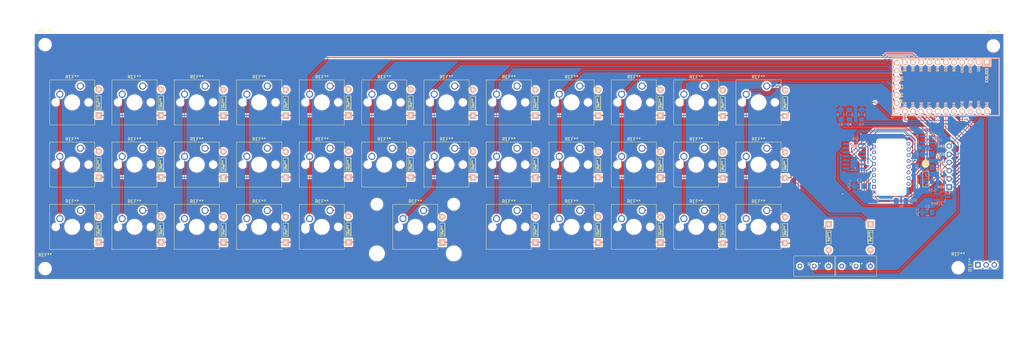
<source format=kicad_pcb>
(kicad_pcb (version 20211014) (generator pcbnew)
  (layers (0 "F.Cu" signal) (31 "B.Cu" signal) (34 "B.Paste" user) (35 "F.Paste" user) (36 "B.SilkS" user "B.Silkscreen") (37 "F.SilkS" user "F.Silkscreen") (38 "B.Mask" user) (39 "F.Mask" user) (44 "Edge.Cuts" user))
  (net 0 "")
  (net 1 "GND")
  (net 2 "VDD_5V")
  (net 3 "VDD_3.3V")
  (net 4 "Net-(C3-Pad1)")
  (net 5 "NCS_I")
  (net 6 "MOSI_I")
  (net 7 "SCLK_I")
  (net 8 "VDD_2V")
  (net 10 "SCLK")
  (net 11 "MOSI")
  (net 12 "MISO")
  (net 13 "NCS")
  (net 22 "Net-(IC1-Pad4)")
  (net 23 "Net-(R4-Pad2)")
  (footprint "Keebio-Parts:Diode_Long" (layer "F.Cu") (at 259.27 142.228 -90)
    (fp_text reference "Ref**")
    (fp_text value "VAL**" hide)
  )
  (footprint "Button_Switch_Keyboard:SW_Cherry_MX_1.00u_PCB" (layer "F.Cu") (at 137.477 156.452)
    (fp_text reference "REF**")
    (fp_text value "SW_Cherry_MX_1.00u_PCB")
  )
  (footprint "Keebio-Parts:Diode_Long" (layer "F.Cu") (at 239.966 123.051 -90)
    (fp_text reference "Ref**")
    (fp_text value "VAL**" hide)
  )
  (footprint "Button_Switch_Keyboard:SW_Cherry_MX_1.00u_PCB" (layer "F.Cu") (at 195.516 137.148)
    (fp_text reference "REF**")
    (fp_text value "SW_Cherry_MX_1.00u_PCB")
  )
  (footprint "Button_Switch_Keyboard:SW_Cherry_MX_1.00u_PCB" (layer "F.Cu") (at 79.565 137.148)
    (fp_text reference "REF**")
    (fp_text value "SW_Cherry_MX_1.00u_PCB")
  )
  (footprint "Button_Switch_Keyboard:SW_Cherry_MX_1.00u_PCB" (layer "F.Cu") (at 176.212 137.148)
    (fp_text reference "REF**")
    (fp_text value "SW_Cherry_MX_1.00u_PCB")
  )
  (footprint "Keebio-Parts:Diode_Long" (layer "F.Cu") (at 278.574 123.178 -90)
    (fp_text reference "Ref**")
    (fp_text value "VAL**" hide)
  )
  (footprint "Keebio-Parts:Diode_Long" (layer "F.Cu") (at 104.584 122.924 -90)
    (fp_text reference "Ref**")
    (fp_text value "VAL**" hide)
  )
  (footprint "Keebio-Parts:Diode_Long" (layer "F.Cu") (at 181.927 122.924 -90)
    (fp_text reference "Ref**")
    (fp_text value "VAL**" hide)
  )
  (footprint "Button_Switch_Keyboard:SW_Cherry_MX_1.00u_PCB" (layer "F.Cu") (at 118.173 137.148)
    (fp_text reference "REF**")
    (fp_text value "SW_Cherry_MX_1.00u_PCB")
  )
  (footprint "Keebio-Parts:Diode_Long" (layer "F.Cu") (at 239.966 162.421 -90)
    (fp_text reference "Ref**")
    (fp_text value "VAL**" hide)
  )
  (footprint "Keebio-Parts:Diode_Long" (layer "F.Cu") (at 162.623 162.294 -90)
    (fp_text reference "Ref**")
    (fp_text value "VAL**" hide)
  )
  (footprint "Button_Switch_Keyboard:SW_Cherry_MX_1.00u_PCB" (layer "F.Cu") (at 79.565 156.452)
    (fp_text reference "REF**")
    (fp_text value "SW_Cherry_MX_1.00u_PCB")
  )
  (footprint "Button_Switch_Keyboard:SW_Cherry_MX_1.00u_PCB" (layer "F.Cu") (at 253.555 156.452)
    (fp_text reference "REF**")
    (fp_text value "SW_Cherry_MX_1.00u_PCB")
  )
  (footprint "Keebio-Parts:Diode_Long" (layer "F.Cu") (at 143.192 142.228 -90)
    (fp_text reference "Ref**")
    (fp_text value "VAL**" hide)
  )
  (footprint "Button_Switch_Keyboard:SW_Cherry_MX_1.00u_PCB" (layer "F.Cu") (at 292.163 117.844)
    (fp_text reference "REF**")
    (fp_text value "SW_Cherry_MX_1.00u_PCB")
  )
  (footprint "Keebio-Parts:mouse switch" (layer "F.Cu") (at 319.849 173.724)
    (fp_text reference "REF**")
    (fp_text value "mouse switch")
  )
  (footprint "Keebio-Parts:Diode_Long" (layer "F.Cu") (at 259.27 123.051 -90)
    (fp_text reference "Ref**")
    (fp_text value "VAL**" hide)
  )
  (footprint "Keebio-Parts:Diode_Long" (layer "F.Cu") (at 259.27 162.421 -90)
    (fp_text reference "Ref**")
    (fp_text value "VAL**" hide)
  )
  (footprint "Button_Switch_Keyboard:SW_Cherry_MX_1.00u_PCB" (layer "F.Cu") (at 214.82 156.452)
    (fp_text reference "REF**")
    (fp_text value "SW_Cherry_MX_1.00u_PCB")
  )
  (footprint "Button_Switch_Keyboard:SW_Cherry_MX_1.00u_PCB" (layer "F.Cu") (at 234.251 117.844)
    (fp_text reference "REF**")
    (fp_text value "SW_Cherry_MX_1.00u_PCB")
  )
  (footprint "Button_Switch_Keyboard:SW_Cherry_MX_1.00u_PCB" (layer "F.Cu") (at 79.565 117.844)
    (fp_text reference "REF**")
    (fp_text value "SW_Cherry_MX_1.00u_PCB")
  )
  (footprint "Button_Switch_Keyboard:SW_Cherry_MX_1.00u_PCB" (layer "F.Cu") (at 98.869 117.844)
    (fp_text reference "REF**")
    (fp_text value "SW_Cherry_MX_1.00u_PCB")
  )
  (footprint "MountingHole:MountingHole_3.2mm_M3" (layer "F.Cu") (at 68.643 105.017)
    (fp_text reference "REF**")
    (fp_text value "MountingHole_3.2mm_M3")
  )
  (footprint "Keebio-Parts:Diode_Long" (layer "F.Cu") (at 220.535 162.421 -90)
    (fp_text reference "Ref**")
    (fp_text value "VAL**" hide)
  )
  (footprint "Button_Switch_Keyboard:SW_Cherry_MX_1.00u_PCB" (layer "F.Cu") (at 195.516 117.844)
    (fp_text reference "REF**")
    (fp_text value "SW_Cherry_MX_1.00u_PCB")
  )
  (footprint "Button_Switch_Keyboard:SW_Cherry_MX_1.00u_PCB" (layer "F.Cu") (at 234.251 156.452)
    (fp_text reference "REF**")
    (fp_text value "SW_Cherry_MX_1.00u_PCB")
  )
  (footprint "Keebio-Parts:Diode_Long" (layer "F.Cu") (at 143.192 123.051 -90)
    (fp_text reference "Ref**")
    (fp_text value "VAL**" hide)
  )
  (footprint "Button_Switch_Keyboard:SW_Cherry_MX_1.00u_PCB" (layer "F.Cu") (at 118.173 156.452)
    (fp_text reference "REF**")
    (fp_text value "SW_Cherry_MX_1.00u_PCB")
  )
  (footprint "Keebio-Parts:Diode_Long" (layer "F.Cu") (at 201.231 142.228 -90)
    (fp_text reference "Ref**")
    (fp_text value "VAL**" hide)
  )
  (footprint "Keebio-Parts:Diode_Long" (layer "F.Cu") (at 201.231 123.051 -90)
    (fp_text reference "Ref**")
    (fp_text value "VAL**" hide)
  )
  (footprint "Button_Switch_Keyboard:SW_Cherry_MX_1.00u_PCB" (layer "F.Cu") (at 234.251 137.148)
    (fp_text reference "REF**")
    (fp_text value "SW_Cherry_MX_1.00u_PCB")
  )
  (footprint "Keebio-Parts:Diode_Long" (layer "F.Cu") (at 85.28 142.101 -90)
    (fp_text reference "Ref**")
    (fp_text value "VAL**" hide)
  )
  (footprint "Keebio-Parts:Diode_Long" (layer "F.Cu") (at 104.584 142.101 -90)
    (fp_text reference "Ref**")
    (fp_text value "VAL**" hide)
  )
  (footprint "" (layer "F.Cu") (at 330.858 124.508999)
    (fp_text reference "")
    (fp_text value "")
  )
  (footprint "Keebio-Parts:Diode_Long" (layer "F.Cu") (at 123.888 142.228 -90)
    (fp_text reference "Ref**")
    (fp_text value "VAL**" hide)
  )
  (footprint "Keebio-Parts:Diode_Long" (layer "F.Cu") (at 181.927 142.101 -90)
    (fp_text reference "Ref**")
    (fp_text value "VAL**" hide)
  )
  (footprint "Button_Switch_Keyboard:SW_Cherry_MX_2.00u_PCB" (layer "F.Cu") (at 185.864 156.452)
    (fp_text reference "REF**")
    (fp_text value "SW_Cherry_MX_2.00u_PCB")
  )
  (footprint "MountingHole:MountingHole_3.2mm_M3" (layer "F.Cu") (at 362.394 105.398)
    (fp_text reference "REF**")
    (fp_text value "MountingHole_3.2mm_M3")
  )
  (footprint "Button_Switch_Keyboard:SW_Cherry_MX_1.00u_PCB" (layer "F.Cu") (at 214.82 137.148)
    (fp_text reference "REF**")
    (fp_text value "SW_Cherry_MX_1.00u_PCB")
  )
  (footprint "MountingHole:MountingHole_3.2mm_M3" (layer "F.Cu") (at 351.472 174.232)
    (fp_text reference "REF**")
    (fp_text value "MountingHole_3.2mm_M3")
  )
  (footprint "Keebio-Parts:Diode_Long" (layer "F.Cu") (at 220.535 142.228 -90)
    (fp_text reference "Ref**")
    (fp_text value "VAL**" hide)
  )
  (footprint "Keebio-Parts:Elite-C" (layer "F.Cu") (at 346.392 118.098 180)
    (fp_text reference "U1" hide)
    (fp_text value "Elite-C" hide)
  )
  (footprint "Keebio-Parts:Diode_Long" (layer "F.Cu") (at 278.574 162.548 -90)
    (fp_text reference "Ref**")
    (fp_text value "VAL**" hide)
  )
  (footprint "Keebio-Parts:mouse switch" (layer "F.Cu") (at 306.895 173.724)
    (fp_text reference "REF**")
    (fp_text value "mouse switch")
  )
  (footprint "Keebio-Parts:Diode_Long" (layer "F.Cu") (at 162.623 122.924 -90)
    (fp_text reference "Ref**")
    (fp_text value "VAL**" hide)
  )
  (footprint "Button_Switch_Keyboard:SW_Cherry_MX_1.00u_PCB" (layer "F.Cu") (at 292.163 156.452)
    (fp_text reference "REF**")
    (fp_text value "SW_Cherry_MX_1.00u_PCB")
  )
  (footprint "Keebio-Parts:Diode_Long" (layer "F.Cu") (at 297.878 162.548 -90)
    (fp_text reference "Ref**")
    (fp_text value "VAL**" hide)
  )
  (footprint "Button_Switch_Keyboard:SW_Cherry_MX_1.00u_PCB" (layer "F.Cu") (at 156.908 117.844)
    (fp_text reference "REF**")
    (fp_text value "SW_Cherry_MX_1.00u_PCB")
  )
  (footprint "Keebio-Parts:Diode_Long" (layer "F.Cu") (at 278.574 142.355 -90)
    (fp_text reference "Ref**")
    (fp_text value "VAL**" hide)
  )
  (footprint "Keebio-Parts:Diode_Long" (layer "F.Cu") (at 311.34 164.707 90)
    (fp_text reference "Ref**")
    (fp_text value "VAL**" hide)
  )
  (footprint "Keebio-Parts:Diode_Long" (layer "F.Cu") (at 123.888 123.051 -90)
    (fp_text reference "Ref**")
    (fp_text value "VAL**" hide)
  )
  (footprint "Keebio-Parts:Diode_Long" (layer "F.Cu") (at 297.878 123.178 -90)
    (fp_text reference "Ref**")
    (fp_text value "VAL**" hide)
  )
  (footprint "Button_Switch_Keyboard:SW_Cherry_MX_1.00u_PCB" (layer "F.Cu") (at 214.82 117.844)
    (fp_text reference "REF**")
    (fp_text value "SW_Cherry_MX_1.00u_PCB")
  )
  (footprint "Button_Switch_Keyboard:SW_Cherry_MX_1.00u_PCB" (layer "F.Cu") (at 98.869 156.452)
    (fp_text reference "REF**")
    (fp_text value "SW_Cherry_MX_1.00u_PCB")
  )
  (footprint "Button_Switch_Keyboard:SW_Cherry_MX_1.00u_PCB" (layer "F.Cu") (at 137.477 117.844)
    (fp_text reference "REF**")
    (fp_text value "SW_Cherry_MX_1.00u_PCB")
  )
  (footprint "Keebio-Parts:Diode_Long" (layer "F.Cu") (at 162.623 142.101 -90)
    (fp_text reference "Ref**")
    (fp_text value "VAL**" hide)
  )
  (footprint "Keebio-Parts:Diode_Long" (layer "F.Cu") (at 191.706 162.421 -90)
    (fp_text reference "Ref**")
    (fp_text value "VAL**" hide)
  )
  (footprint "Keebio-Parts:Diode_Long" (layer "F.Cu") (at 220.535 123.051 -90)
    (fp_text reference "Ref**")
    (fp_text value "VAL**" hide)
  )
  (footprint "Connector_PinHeader_2.54mm:PinHeader_1x06_P2.54mm_Vertical" (layer "F.Cu") (at 348.685 136.477)
    (fp_text reference "J1" hide)
    (fp_text value "Conn_01x06_Female")
  )
  (footprint "Button_Switch_Keyboard:SW_Cherry_MX_1.00u_PCB" (layer "F.Cu") (at 272.859 156.452)
    (fp_text reference "REF**")
    (fp_text value "SW_Cherry_MX_1.00u_PCB")
  )
  (footprint "" (layer "F.Cu") (at 149.288 162.294)
    (fp_text reference "")
    (fp_text value "")
  )
  (footprint "Button_Switch_Keyboard:SW_Cherry_MX_1.00u_PCB" (layer "F.Cu") (at 253.555 117.844)
    (fp_text reference "REF**")
    (fp_text value "SW_Cherry_MX_1.00u_PCB")
  )
  (footprint "Keebio-Parts:Diode_Long" (layer "F.Cu") (at 324.294 164.707 90)
    (fp_text reference "Ref**")
    (fp_text value "VAL**" hide)
  )
  (footprint "Button_Switch_Keyboard:SW_Cherry_MX_1.00u_PCB" (layer "F.Cu") (at 98.869 137.148)
    (fp_text reference "REF**")
    (fp_text value "SW_Cherry_MX_1.00u_PCB")
  )
  (footprint "MountingHole:MountingHole_3.2mm_M3" (layer "F.Cu") (at 68.643 174.486)
    (fp_text reference "REF**")
    (fp_text value "MountingHole_3.2mm_M3")
  )
  (footprint "Keebio-Parts:Diode_Long" (layer "F.Cu") (at 123.888 162.421 -90)
    (fp_text reference "Ref**")
    (fp_text value "VAL**" hide)
  )
  (footprint "Keebio-Parts:Diode_Long" (layer "F.Cu") (at 85.28 162.294 -90)
    (fp_text reference "Ref**")
    (fp_text value "VAL**" hide)
  )
  (footprint "Keebio-Parts:Diode_Long" (layer "F.Cu") (at 297.878 142.355 -90)
    (fp_text reference "Ref**")
    (fp_text value "VAL**" hide)
  )
  (footprint "Button_Switch_Keyboard:SW_Cherry_MX_1.00u_PCB" (layer "F.Cu") (at 156.908 156.452)
    (fp_text reference "REF**")
    (fp_text value "SW_Cherry_MX_1.00u_PCB")
  )
  (footprint "Button_Switch_Keyboard:SW_Cherry_MX_1.00u_PCB" (layer "F.Cu") (at 118.173 117.844)
    (fp_text reference "REF**")
    (fp_text value "SW_Cherry_MX_1.00u_PCB")
  )
  (footprint "Keebio-Parts:Diode_Long" (layer "F.Cu") (at 143.192 162.421 -90)
    (fp_text reference "Ref**")
    (fp_text value "VAL**" hide)
  )
  (footprint "Button_Switch_Keyboard:SW_Cherry_MX_1.00u_PCB" (layer "F.Cu") (at 272.859 137.148)
    (fp_text reference "REF**")
    (fp_text value "SW_Cherry_MX_1.00u_PCB")
  )
  (footprint "Keebio-Parts:Diode_Long" (layer "F.Cu") (at 104.584 162.294 -90)
    (fp_text reference "Ref**")
    (fp_text value "VAL**" hide)
  )
  (footprint "Keebio-Parts:Diode_Long" (layer "F.Cu") (at 85.28 122.924 -90)
    (fp_text reference "Ref**")
    (fp_text value "VAL**" hide)
  )
  (footprint "Button_Switch_Keyboard:SW_Cherry_MX_1.00u_PCB" (layer "F.Cu") (at 253.555 137.148)
    (fp_text reference "REF**")
    (fp_text value "SW_Cherry_MX_1.00u_PCB")
  )
  (footprint "" (layer "F.Cu") (at 149.288 142.101)
    (fp_text reference "")
    (fp_text value "")
  )
  (footprint "Keebio-Parts:Diode_Long" (layer "F.Cu") (at 239.966 142.228 -90)
    (fp_text reference "Ref**")
    (fp_text value "VAL**" hide)
  )
  (footprint "Button_Switch_Keyboard:SW_Cherry_MX_1.00u_PCB" (layer "F.Cu") (at 156.908 137.148)
    (fp_text reference "REF**")
    (fp_text value "SW_Cherry_MX_1.00u_PCB")
  )
  (footprint "Button_Switch_Keyboard:SW_Cherry_MX_1.00u_PCB" (layer "F.Cu") (at 176.212 117.844)
    (fp_text reference "REF**")
    (fp_text value "SW_Cherry_MX_1.00u_PCB")
  )
  (footprint "Button_Switch_Keyboard:SW_Cherry_MX_1.00u_PCB" (layer "F.Cu") (at 137.477 137.148)
    (fp_text reference "REF**")
    (fp_text value "SW_Cherry_MX_1.00u_PCB")
  )
  (footprint "Connector_PinHeader_2.54mm:PinHeader_1x03_P2.54mm_Vertical" (layer "F.Cu") (at 357.583 173.343 90)
    (fp_text reference "REF**")
    (fp_text value "PinHeader_1x03_P2.54mm_Vertical")
  )
  (footprint "Button_Switch_Keyboard:SW_Cherry_MX_1.00u_PCB" (layer "F.Cu") (at 292.163 137.148)
    (fp_text reference "REF**")
    (fp_text value "SW_Cherry_MX_1.00u_PCB")
  )
  (footprint "Button_Switch_Keyboard:SW_Cherry_MX_1.00u_PCB" (layer "F.Cu") (at 272.859 117.844)
    (fp_text reference "REF**")
    (fp_text value "SW_Cherry_MX_1.00u_PCB")
  )
  (footprint "local:DIP-16_W10.16mm" (layer "B.Cu") (at 326.521 150.615)
    (fp_text reference "U2" hide)
    (fp_text value "PMW3360DM-T2QU")
  )
  (footprint "Resistor_SMD:R_1206_3216Metric_Pad1.42x1.75mm_HandSolder" (layer "B.Cu") (at 341.92 143.071)
    (fp_text reference "R1")
    (fp_text value "10k")
  )
  (footprint "local:SOIC127P600X175-14N" (layer "B.Cu") (at 319.21 139.627 180)
    (fp_text reference "U4")
    (fp_text value "TXS0104EDR")
  )
  (footprint "Capacitor_SMD:C_1206_3216Metric_Pad1.42x1.75mm_HandSolder" (layer "B.Cu") (at 320.838 148.913 180)
    (fp_text reference "C3")
    (fp_text value "4.7uF")
  )
  (footprint "Package_TO_SOT_SMD:TSOT-23_HandSoldering" (layer "B.Cu") (at 346.56 152.227)
    (fp_text reference "U1")
    (fp_text value "XC6206P332MR")
  )
  (footprint "Capacitor_SMD:C_1206_3216Metric_Pad1.42x1.75mm_HandSolder" (layer "B.Cu") (at 341.92 157.041 180)
    (fp_text reference "C1")
    (fp_text value "2.2uF")
  )
  (footprint "local:AP7331" (layer "B.Cu") (at 341.86 134.377 180)
    (fp_text reference "IC1")
    (fp_text value "AP7335-WG-7" hide)
  )
  (footprint "Capacitor_SMD:C_1206_3216Metric_Pad1.42x1.75mm_HandSolder" (layer "B.Cu") (at 341.92 139.007 180)
    (fp_text reference "C4")
    (fp_text value "1uF")
  )
  (footprint "Resistor_SMD:R_1206_3216Metric_Pad1.42x1.75mm_HandSolder" (layer "B.Cu") (at 317.8 126.7145 -90)
    (fp_text reference "R3")
    (fp_text value "15k")
  )
  (footprint "Capacitor_SMD:C_1206_3216Metric_Pad1.42x1.75mm_HandSolder" (layer "B.Cu") (at 321.6 126.7645 90)
    (fp_text reference "C5")
    (fp_text value "1uF")
  )
  (footprint "Resistor_SMD:R_1206_3216Metric_Pad1.42x1.75mm_HandSolder" (layer "B.Cu") (at 315.15 126.7145 90)
    (fp_text reference "R2")
    (fp_text value "10k")
  )
  (footprint "Capacitor_SMD:C_1206_3216Metric_Pad1.42x1.75mm_HandSolder" (layer "B.Cu") (at 341.92 147.389 180)
    (fp_text reference "C2")
    (fp_text value "10uF")
  )
  (footprint "Resistor_SMD:R_1206_3216Metric_Pad1.42x1.75mm_HandSolder" (layer "B.Cu") (at 333.81 153.427)
    (fp_text reference "R4")
    (fp_text value "39")
  )
  (gr_circle (center 325.45 150.757) (end 325.971536 150.757) (layer "B.SilkS") (width 0.3) (fill none))
  (gr_rect (start 318.26 136.077) (end 320.36 136.877) (layer "B.SilkS") (width 0.12) (fill solid))
  (gr_rect (start 340.51 144.327) (end 342.36 149.177) (layer "F.SilkS") (width 0.12) (fill none))
  (gr_circle (center 341.36 141.977) (end 342.493578 141.977) (layer "F.SilkS") (width 0.12) (fill solid))
  (gr_line (start 327.022 151.365001) (end 334.522 151.365001) (layer "Edge.Cuts") (width 0.1))
  (gr_line (start 326.522 150.865001) (end 326.522 135.115001) (layer "Edge.Cuts") (width 0.1))
  (gr_line (start 327.022 134.615001) (end 334.522 134.615001) (layer "Edge.Cuts") (width 0.1))
  (gr_arc (start 327.022 151.365001) (mid 326.668443 151.218556) (end 326.522 150.865001) (layer "Edge.Cuts") (width 0.1))
  (gr_line (start 335.022 135.115001) (end 335.022 150.865001) (layer "Edge.Cuts") (width 0.1))
  (gr_arc (start 334.522 134.615001) (mid 334.87555 134.761449) (end 335.022 135.115001) (layer "Edge.Cuts") (width 0.1))
  (gr_arc (start 335.022 150.865001) (mid 334.875553 151.218556) (end 334.522 151.365001) (layer "Edge.Cuts") (width 0.1))
  (gr_arc (start 326.522 135.115001) (mid 326.668447 134.761449) (end 327.022 134.615001) (layer "Edge.Cuts") (width 0.1))
  (gr_rect (start 64.96 101.207) (end 365.95 178.169) (layer "Edge.Cuts") (width 0.05) (fill none))
  (gr_text "2.2u" (at 338.91 157.027 90) (layer "B.SilkS") (effects (font (size 0.75 0.75) (thickness 0.1)) (justify mirror)))
  (gr_text "MOSI" (at 345.988 144.067) (layer "B.SilkS") (effects (font (size 0.75 0.75) (thickness 0.1)) (justify mirror)))
  (gr_text "10u" (at 338.81 147.477 90) (layer "B.SilkS") (effects (font (size 0.75 0.75) (thickness 0.1)) (justify mirror)))
  (gr_text "1u" (at 331.097 127.2685 270) (layer "B.SilkS") (effects (font (size 0.75 0.75) (thickness 0.1)) (justify mirror)))
  (gr_text "+5V" (at 346.202286 149.107) (layer "B.SilkS") (effects (font (size 0.75 0.75) (thickness 0.1)) (justify mirror)))
  (gr_text "GND" (at 344.21 154.327) (layer "B.SilkS") (effects (font (size 0.75 0.75) (thickness 0.1)) (justify mirror)))
  (gr_text "5V" (at 348.41 151.177) (layer "B.SilkS") (effects (font (size 0.75 0.75) (thickness 0.1)) (justify mirror)))
  (gr_text "GND" (at 346.202286 136.507) (layer "B.SilkS") (effects (font (size 0.75 0.75) (thickness 0.1)) (justify mirror)))
  (gr_text "GND" (at 337.63 153.337) (layer "B.SilkS") (effects (font (size 0.75 0.75) (thickness 0.1)) (justify mirror)))
  (gr_text "10k" (at 338.81 143.107 90) (layer "B.SilkS") (effects (font (size 0.75 0.75) (thickness 0.1)) (justify mirror)))
  (gr_text "EN" (at 344.96 135.527) (layer "B.SilkS") (effects (font (size 0.75 0.75) (thickness 0.1)) (justify mirror)))
  (gr_text "10k" (at 335.51 125.277) (layer "B.SilkS") (effects (font (size 0.75 0.75) (thickness 0.1)) (justify mirror)))
  (gr_text "5V" (at 344.96 133.427) (layer "B.SilkS") (effects (font (size 0.75 0.75) (thickness 0.1)) (justify mirror)))
  (gr_text "15k" (at 338.16 125.277) (layer "B.SilkS") (effects (font (size 0.75 0.75) (thickness 0.1)) (justify mirror)))
  (gr_text "2V" (at 338.635 133.427) (layer "B.SilkS") (effects (font (size 0.75 0.75) (thickness 0.1)) (justify mirror)))
  (gr_text "GND" (at 345.424286 134.477) (layer "B.SilkS") (effects (font (size 0.75 0.75) (thickness 0.1)) (justify mirror)))
  (gr_text "SS" (at 346.630857 146.587) (layer "B.SilkS") (effects (font (size 0.75 0.75) (thickness 0.1)) (justify mirror)))
  (gr_text "39" (at 330.86 153.327 90) (layer "B.SilkS") (effects (font (size 0.75 0.75) (thickness 0.1)) (justify mirror)))
  (gr_text "1u" (at 338.81 139.057 90) (layer "B.SilkS") (effects (font (size 0.75 0.75) (thickness 0.1)) (justify mirror)))
  (gr_text "MISO" (at 345.988 139.027) (layer "B.SilkS") (effects (font (size 0.75 0.75) (thickness 0.1)) (justify mirror)))
  (gr_text "3.3V" (at 343.51 150.127) (layer "B.SilkS") (effects (font (size 0.75 0.75) (thickness 0.1)) (justify mirror)))
  (gr_text "ADJ" (at 338.41 135.327) (layer "B.SilkS") (effects (font (size 0.75 0.75) (thickness 0.1)) (justify mirror)))
  (gr_text "4.7u" (at 317.76 148.927 90) (layer "B.SilkS") (effects (font (size 0.75 0.75) (thickness 0.1)) (justify mirror)))
  (gr_text "SCK" (at 346.238 141.547) (layer "B.SilkS") (effects (font (size 0.75 0.75) (thickness 0.1)) (justify mirror)))
  (gr_text "SS" (at 346.652857 146.587) (layer "F.SilkS") (effects (font (size 0.75 0.75) (thickness 0.1))))
  (gr_text "SCK" (at 346.26 141.547) (layer "F.SilkS") (effects (font (size 0.75 0.75) (thickness 0.1))))
  (gr_text "GND" (at 346.224286 136.507) (layer "F.SilkS") (effects (font (size 0.75 0.75) (thickness 0.1))))
  (gr_text "MISO" (at 346.01 139.027) (layer "F.SilkS") (effects (font (size 0.75 0.75) (thickness 0.1))))
  (gr_text "MOSI" (at 346.01 144.067) (layer "F.SilkS") (effects (font (size 0.75 0.75) (thickness 0.1))))
  (gr_text "+5V" (at 346.224286 149.107) (layer "F.SilkS") (effects (font (size 0.75 0.75) (thickness 0.1))))
  (segment (start 345.122 109.081) (end 344.487 108.446) (width 0.2) (layer "F.Cu") (net 0))
  (segment (start 299.339 146.355) (end 300.418 145.276) (width 0.25) (layer "F.Cu") (net 0))
  (segment (start 253.555 117.844) (end 258.063 117.844) (width 0.2) (layer "F.Cu") (net 0))
  (segment (start 111.823 117.336) (end 111.823 120.384) (width 0.2) (layer "F.Cu") (net 0))
  (segment (start 176.212 117.844) (end 180.847 117.844) (width 0.2) (layer "F.Cu") (net 0))
  (segment (start 156.908 117.844) (end 161.543 117.844) (width 0.2) (layer "F.Cu") (net 0))
  (segment (start 195.516 117.844) (end 200.024 117.844) (width 0.2) (layer "F.Cu") (net 0))
  (segment (start 297.878 127.178) (end 304.799 120.257) (width 0.25) (layer "F.Cu") (net 0))
  (segment (start 292.163 117.844) (end 296.544 117.844) (width 0.2) (layer "F.Cu") (net 0))
  (segment (start 137.477 137.148) (end 142.112 137.148) (width 0.2) (layer "F.Cu") (net 0))
  (segment (start 214.82 156.452) (end 218.566 156.452) (width 0.2) (layer "F.Cu") (net 0))
  (segment (start 118.173 137.148) (end 122.808 137.148) (width 0.2) (layer "F.Cu") (net 0))
  (segment (start 296.544 117.844) (end 297.878 119.178) (width 0.2) (layer "F.Cu") (net 0))
  (segment (start 82.105 107.43) (end 73.215 116.32) (width 0.2) (layer "F.Cu") (net 0))
  (segment (start 200.151 137.148) (end 201.231 138.228) (width 0.2) (layer "F.Cu") (net 0))
  (segment (start 160.781 156.452) (end 162.623 158.294) (width 0.2) (layer "F.Cu") (net 0))
  (segment (start 85.28 126.924) (end 297.624 126.924) (width 0.25) (layer "F.Cu") (net 0))
  (segment (start 295.782 156.452) (end 297.878 158.548) (width 0.2) (layer "F.Cu") (net 0))
  (segment (start 257.301 156.452) (end 259.27 158.421) (width 0.2) (layer "F.Cu") (net 0))
  (segment (start 98.869 156.452) (end 102.742 156.452) (width 0.2) (layer "F.Cu") (net 0))
  (segment (start 348.678 107.43) (end 82.105 107.43) (width 0.2) (layer "F.Cu") (net 0))
  (segment (start 253.555 137.148) (end 258.19 137.148) (width 0.2) (layer "F.Cu") (net 0))
  (segment (start 277.367 137.148) (end 278.574 138.355) (width 0.2) (layer "F.Cu") (net 0))
  (segment (start 142.112 137.148) (end 143.192 138.228) (width 0.2) (layer "F.Cu") (net 0))
  (segment (start 296.671 137.148) (end 297.878 138.355) (width 0.2) (layer "F.Cu") (net 0))
  (segment (start 122.681 117.844) (end 123.888 119.051) (width 0.2) (layer "F.Cu") (net 0))
  (segment (start 195.516 137.148) (end 200.151 137.148) (width 0.2) (layer "F.Cu") (net 0))
  (segment (start 98.869 137.148) (end 103.631 137.148) (width 0.2) (layer "F.Cu") (net 0))
  (segment (start 301.942 128.512) (end 307.53 122.924) (width 0.25) (layer "F.Cu") (net 0))
  (segment (start 180.847 117.844) (end 181.927 118.924) (width 0.2) (layer "F.Cu") (net 0))
  (segment (start 344.487 108.446) (end 120.713 108.446) (width 0.2) (layer "F.Cu") (net 0))
  (segment (start 121.919 156.452) (end 123.888 158.421) (width 0.2) (layer "F.Cu") (net 0))
  (segment (start 83.438 156.452) (end 85.28 158.294) (width 0.2) (layer "F.Cu") (net 0))
  (segment (start 292.163 156.452) (end 295.782 156.452) (width 0.2) (layer "F.Cu") (net 0))
  (segment (start 79.565 137.148) (end 84.327 137.148) (width 0.2) (layer "F.Cu") (net 0))
  (segment (start 272.859 156.452) (end 276.478 156.452) (width 0.2) (layer "F.Cu") (net 0))
  (segment (start 219.455 137.148) (end 220.535 138.228) (width 0.2) (layer "F.Cu") (net 0))
  (segment (start 103.504 117.844) (end 104.584 118.924) (width 0.2) (layer "F.Cu") (net 0))
  (segment (start 362.663 173.343) (end 362.663 128.019) (width 0.2) (layer "F.Cu") (net 0))
  (segment (start 342.582 109.589) (end 341.947 108.954) (width 0.2) (layer "F.Cu") (net 0))
  (segment (start 118.173 117.844) (end 122.681 117.844) (width 0.2) (layer "F.Cu") (net 0))
  (segment (start 214.82 137.148) (end 219.455 137.148) (width 0.2) (layer "F.Cu") (net 0))
  (segment (start 137.477 156.452) (end 141.223 156.452) (width 0.2) (layer "F.Cu") (net 0))
  (segment (start 185.864 156.452) (end 189.737 156.452) (width 0.2) (layer "F.Cu") (net 0))
  (segment (start 84.2 117.844) (end 85.28 118.924) (width 0.2) (layer "F.Cu") (net 0))
  (segment (start 347.662 110.478) (end 345.122 107.938) (width 0.2) (layer "F.Cu") (net 0))
  (segment (start 304.799 120.257) (end 329.501 120.257) (width 0.25) (layer "F.Cu") (net 0))
  (segment (start 218.566 156.452) (end 220.535 158.421) (width 0.2) (layer "F.Cu") (net 0))
  (segment (start 84.327 137.148) (end 85.28 138.101) (width 0.2) (layer "F.Cu") (net 0))
  (segment (start 258.063 117.844) (end 259.27 119.051) (width 0.2) (layer "F.Cu") (net 0))
  (segment (start 357.583 173.343) (end 357.583 131.575) (width 0.2) (layer "F.Cu") (net 0))
  (segment (start 200.024 117.844) (end 201.231 119.051) (width 0.2) (layer "F.Cu") (net 0))
  (segment (start 79.565 156.452) (end 83.438 156.452) (width 0.2) (layer "F.Cu") (net 0))
  (segment (start 300.418 145.276) (end 300.418 126.861) (width 0.25) (layer "F.Cu") (net 0))
  (segment (start 102.742 156.452) (end 104.584 158.294) (width 0.2) (layer "F.Cu") (net 0))
  (segment (start 101.409 107.938) (end 92.519 116.828) (width 0.2) (layer "F.Cu") (net 0))
  (segment (start 120.713 108.446) (end 111.823 117.336) (width 0.2) (layer "F.Cu") (net 0))
  (segment (start 345.122 110.478) (end 345.122 109.081) (width 0.2) (layer "F.Cu") (net 0))
  (segment (start 219.328 117.844) (end 220.535 119.051) (width 0.2) (layer "F.Cu") (net 0))
  (segment (start 131.127 120.384) (end 131.127 117.336) (width 0.2) (layer "F.Cu") (net 0))
  (segment (start 350.202 110.478) (end 350.202 108.954) (width 0.2) (layer "F.Cu") (net 0))
  (segment (start 301.942 164.199) (end 301.942 128.512) (width 0.25) (layer "F.Cu") (net 0))
  (segment (start 297.878 166.548) (end 299.593 166.548) (width 0.25) (layer "F.Cu") (net 0))
  (segment (start 85.28 166.294) (end 297.624 166.294) (width 0.25) (layer "F.Cu") (net 0))
  (segment (start 253.555 156.452) (end 257.301 156.452) (width 0.2) (layer "F.Cu") (net 0))
  (segment (start 357.583 131.575) (end 354.139 128.131) (width 0.2) (layer "F.Cu") (net 0))
  (segment (start 98.869 117.844) (end 103.504 117.844) (width 0.2) (layer "F.Cu") (net 0))
  (segment (start 342.582 110.478) (end 342.582 109.589) (width 0.2) (layer "F.Cu") (net 0))
  (segment (start 73.215 116.32) (end 73.215 120.384) (width 0.2) (layer "F.Cu") (net 0))
  (segment (start 299.593 166.548) (end 301.942 164.199) (width 0.25) (layer "F.Cu") (net 0))
  (segment (start 189.737 156.452) (end 191.706 158.421) (width 0.2) (layer "F.Cu") (net 0))
  (segment (start 300.418 126.861) (end 305.498 121.781) (width 0.25) (layer "F.Cu") (net 0))
  (segment (start 277.24 117.844) (end 278.574 119.178) (width 0.2) (layer "F.Cu") (net 0))
  (segment (start 237.997 156.452) (end 239.966 158.421) (width 0.2) (layer "F.Cu") (net 0))
  (segment (start 176.212 137.148) (end 180.974 137.148) (width 0.2) (layer "F.Cu") (net 0))
  (segment (start 156.908 156.452) (end 160.781 156.452) (width 0.2) (layer "F.Cu") (net 0))
  (segment (start 161.543 117.844) (end 162.623 118.924) (width 0.2) (layer "F.Cu") (net 0))
  (segment (start 92.519 116.828) (end 92.519 120.384) (width 0.2) (layer "F.Cu") (net 0))
  (segment (start 311.34 173.724) (end 311.34 168.707) (width 0.2) (layer "F.Cu") (net 0))
  (segment (start 305.498 121.781) (end 328.485 121.781) (width 0.25) (layer "F.Cu") (net 0))
  (segment (start 324.294 173.724) (end 324.294 168.707) (width 0.2) (layer "F.Cu") (net 0))
  (segment (start 234.251 117.844) (end 238.759 117.844) (width 0.2) (layer "F.Cu") (net 0))
  (segment (start 345.122 107.938) (end 101.409 107.938) (width 0.2) (layer "F.Cu") (net 0))
  (segment (start 329.501 120.257) (end 332.422 123.178) (width 0.25) (layer "F.Cu") (net 0))
  (segment (start 180.974 137.148) (end 181.927 138.101) (width 0.2) (layer "F.Cu") (net 0))
  (segment (start 141.223 156.452) (end 143.192 158.421) (width 0.2) (layer "F.Cu") (net 0))
  (segment (start 305.499 166.548) (end 311.34 160.707) (width 0.25) (layer "F.Cu") (net 0))
  (segment (start 156.908 137.148) (end 161.67 137.148) (width 0.2) (layer "F.Cu") (net 0))
  (segment (start 85.28 146.101) (end 297.624 146.101) (width 0.25) (layer "F.Cu") (net 0))
  (segment (start 297.624 166.294) (end 297.878 166.548) (width 0.25) (layer "F.Cu") (net 0))
  (segment (start 292.163 137.148) (end 296.671 137.148) (width 0.2) (layer "F.Cu") (net 0))
  (segment (start 214.82 117.844) (end 219.328 117.844) (width 0.2) (layer "F.Cu") (net 0))
  (segment (start 297.624 146.101) (end 297.878 146.355) (width 0.25) (layer "F.Cu") (net 0))
  (segment (start 234.251 137.148) (end 238.886 137.148) (width 0.2) (layer "F.Cu") (net 0))
  (segment (start 258.19 137.148) (end 259.27 138.228) (width 0.2) (layer "F.Cu") (net 0))
  (segment (start 276.478 156.452) (end 278.574 158.548) (width 0.2) (layer "F.Cu") (net 0))
  (segment (start 297.878 166.548) (end 305.499 166.548) (width 0.25) (layer "F.Cu") (net 0))
  (segment (start 350.202 108.954) (end 348.678 107.43) (width 0.2) (layer "F.Cu") (net 0))
  (segment (start 137.477 117.844) (end 141.985 117.844) (width 0.2) (layer "F.Cu") (net 0))
  (segment (start 362.663 128.019) (end 360.362 125.718) (width 0.2) (layer "F.Cu") (net 0))
  (segment (start 272.859 137.148) (end 277.367 137.148) (width 0.2) (layer "F.Cu") (net 0))
  (segment (start 307.53 122.924) (end 325.691 122.924) (width 0.25) (layer "F.Cu") (net 0))
  (segment (start 141.985 117.844) (end 143.192 119.051) (width 0.2) (layer "F.Cu") (net 0))
  (segment (start 238.886 137.148) (end 239.966 138.228) (width 0.2) (layer "F.Cu") (net 0))
  (segment (start 297.624 126.924) (end 297.878 127.178) (width 0.25) (layer "F.Cu") (net 0))
  (segment (start 341.947 108.954) (end 139.509 108.954) (width 0.2) (layer "F.Cu") (net 0))
  (segment (start 103.631 137.148) (end 104.584 138.101) (width 0.2) (layer "F.Cu") (net 0))
  (segment (start 272.859 117.844) (end 277.24 117.844) (width 0.2) (layer "F.Cu") (net 0))
  (segment (start 297.878 146.355) (end 299.339 146.355) (width 0.25) (layer "F.Cu") (net 0))
  (segment (start 79.565 117.844) (end 84.2 117.844) (width 0.2) (layer "F.Cu") (net 0))
  (segment (start 349.821 133.973) (end 351.472 135.624) (width 0.2) (layer "F.Cu") (net 0))
  (segment (start 234.251 156.452) (end 237.997 156.452) (width 0.2) (layer "F.Cu") (net 0))
  (segment (start 328.485 121.781) (end 332.422 125.718) (width 0.25) (layer "F.Cu") (net 0))
  (segment (start 131.127 117.336) (end 139.509 108.954) (width 0.2) (layer "F.Cu") (net 0))
  (segment (start 161.67 137.148) (end 162.623 138.101) (width 0.2) (layer "F.Cu") (net 0))
  (segment (start 118.173 156.452) (end 121.919 156.452) (width 0.2) (layer "F.Cu") (net 0))
  (segment (start 238.759 117.844) (end 239.966 119.051) (width 0.2) (layer "F.Cu") (net 0))
  (segment (start 350.456 125.972) (end 350.202 125.718) (width 0.2) (layer "F.Cu") (net 0))
  (segment (start 122.808 137.148) (end 123.888 138.228) (width 0.2) (layer "F.Cu") (net 0))
  (via (at 349.821 133.973) (size 0.6) (drill 0.3) (layers "F.Cu" "B.Cu") (net 0))
  (via (at 354.139 128.131) (size 0.6) (drill 0.3) (layers "F.Cu" "B.Cu") (net 0))
  (via (at 325.691 122.924) (size 0.6) (drill 0.3) (layers "F.Cu" "B.Cu") (net 0))
  (via (at 351.472 135.624) (size 0.6) (drill 0.3) (layers "F.Cu" "B.Cu") (net 0))
  (segment (start 306.895 173.724) (end 306.895 174.867) (width 0.2) (layer "B.Cu") (net 0))
  (segment (start 169.862 120.384) (end 169.862 139.688) (width 0.2) (layer "B.Cu") (net 0))
  (segment (start 328.485 116.701) (end 332.422 120.638) (width 0.2) (layer "B.Cu") (net 0))
  (segment (start 285.813 120.384) (end 286.956 119.241) (width 0.2) (layer "B.Cu") (net 0))
  (segment (start 351.345 128.131) (end 354.139 128.131) (width 0.2) (layer "B.Cu") (net 0))
  (segment (start 332.422 110.7066) (end 330.4154 110.7066) (width 0.2) (layer "B.Cu") (net 0))
  (segment (start 332.422 115.558) (end 331.533 114.669) (width 0.2) (layer "B.Cu") (net 0))
  (segment (start 333.565 109.081) (end 330.39 109.081) (width 0.2) (layer "B.Cu") (net 0))
  (segment (start 344.614 127.623) (end 330.39 127.623) (width 0.2) (layer "B.Cu") (net 0))
  (segment (start 285.813 120.384) (end 285.813 158.992) (width 0.2) (layer "B.Cu") (net 0))
  (segment (start 213.423 111.748) (end 208.47 116.701) (width 0.2) (layer "B.Cu") (net 0))
  (segment (start 307.53 175.502) (end 320.484 175.502) (width 0.2) (layer "B.Cu") (net 0))
  (segment (start 227.901 120.384) (end 227.901 158.992) (width 0.2) (layer "B.Cu") (net 0))
  (segment (start 150.558 120.384) (end 150.558 158.992) (width 0.2) (layer "B.Cu") (net 0))
  (segment (start 188.15 150.229) (end 188.15 150.356) (width 0.2) (layer "B.Cu") (net 0))
  (segment (start 331.533 114.669) (end 252.92 114.669) (width 0.2) (layer "B.Cu") (net 0))
  (segment (start 156.527 108.954) (end 150.558 114.923) (width 0.2) (layer "B.Cu") (net 0))
  (segment (start 360.123 128.019) (end 357.822 125.718) (width 0.2) (layer "B.Cu") (net 0))
  (segment (start 247.205 120.384) (end 247.205 158.992) (width 0.2) (layer "B.Cu") (net 0))
  (segment (start 208.47 116.701) (end 208.47 120.384) (width 0.2) (layer "B.Cu") (net 0))
  (segment (start 330.39 127.623) (end 325.691 122.924) (width 0.2) (layer "B.Cu") (net 0))
  (segment (start 330.39 109.081) (end 328.739 110.732) (width 0.2) (layer "B.Cu") (net 0))
  (segment (start 350.202 126.988) (end 351.345 128.131) (width 0.2) (layer "B.Cu") (net 0))
  (segment (start 267.906 115.685) (end 266.509 117.082) (width 0.2) (layer "B.Cu") (net 0))
  (segment (start 348.685 136.477) (end 357.822 127.34) (width 0.25) (layer "B.Cu") (net 0))
  (segment (start 208.47 120.384) (end 208.47 158.992) (width 0.2) (layer "B.Cu") (net 0))
  (segment (start 188.15 150.356) (end 179.514 158.992) (width 0.2) (layer "B.Cu") (net 0))
  (segment (start 347.662 125.718) (end 347.662 131.814) (width 0.2) (layer "B.Cu") (net 0))
  (segment (start 329.755 108.446) (end 328.485 109.716) (width 0.2) (layer "B.Cu") (net 0))
  (segment (start 299.846 146.355) (end 311.213 157.722) (width 0.25) (layer "B.Cu") (net 0))
  (segment (start 321.309 157.722) (end 324.294 160.707) (width 0.25) (layer "B.Cu") (net 0))
  (segment (start 332.93 175.502) (end 336.0415 172.3905) (width 0.2) (layer "B.Cu") (net 0))
  (segment (start 350.202 125.718) (end 350.202 126.988) (width 0.2) (layer "B.Cu") (net 0))
  (segment (start 189.166 120.384) (end 189.166 139.688) (width 0.2) (layer "B.Cu") (net 0))
  (segment (start 332.422 113.018) (end 235.267 113.018) (width 0.2) (layer "B.Cu") (net 0))
  (segment (start 337.502 110.478) (end 335.47 108.446) (width 0.2) (layer "B.Cu") (net 0))
  (segment (start 111.823 120.384) (end 111.823 158.992) (width 0.2) (layer "B.Cu") (net 0))
  (segment (start 320.484 175.502) (end 332.93 175.502) (width 0.2) (layer "B.Cu") (net 0))
  (segment (start 197.04 110.732) (end 189.166 118.606) (width 0.2) (layer "B.Cu") (net 0))
  (segment (start 235.267 113.018) (end 227.901 120.384) (width 0.2) (layer "B.Cu") (net 0))
  (segment (start 131.127 120.384) (end 131.127 158.992) (width 0.2) (layer "B.Cu") (net 0))
  (segment (start 73.215 120.384) (end 73.215 158.992) (width 0.2) (layer "B.Cu") (net 0))
  (segment (start 329.374 111.748) (end 213.423 111.748) (width 0.2) (layer "B.Cu") (net 0))
  (segment (start 328.485 109.716) (end 176.72 109.716) (width 0.2) (layer "B.Cu") (net 0))
  (segment (start 345.122 125.718) (end 345.122 127.115) (width 0.2) (layer "B.Cu") (net 0))
  (segment (start 349.948 158.484) (end 336.0415 172.3905) (width 0.2) (layer "B.Cu") (net 0))
  (segment (start 334.962 110.478) (end 333.565 109.081) (width 0.2) (layer "B.Cu") (net 0))
  (segment (start 340.042 110.478) (end 337.375 107.811) (width 0.2) (layer "B.Cu") (net 0))
  (segment (start 169.862 116.574) (end 169.862 120.384) (width 0.2) (layer "B.Cu") (net 0))
  (segment (start 189.166 118.606) (end 189.166 120.384) (width 0.2) (layer "B.Cu") (net 0))
  (segment (start 252.92 114.669) (end 247.205 120.384) (width 0.2) (layer "B.Cu") (net 0))
  (segment (start 351.472 135.624) (end 351.472 156.96) (width 0.2) (layer "B.Cu") (net 0))
  (segment (start 176.72 109.716) (end 169.862 116.574) (width 0.2) (layer "B.Cu") (net 0))
  (segment (start 347.662 131.814) (end 349.821 133.973) (width 0.2) (layer "B.Cu") (net 0))
  (segment (start 328.739 110.732) (end 197.04 110.732) (width 0.2) (layer "B.Cu") (net 0))
  (segment (start 292.925 120.384) (end 296.608 116.701) (width 0.2) (layer "B.Cu") (net 0))
  (segment (start 351.472 156.96) (end 349.948 158.484) (width 0.2) (layer "B.Cu") (net 0))
  (segment (start 296.608 116.701) (end 328.485 116.701) (width 0.2) (layer "B.Cu") (net 0))
  (segment (start 330.4154 110.7066) (end 329.374 111.748) (width 0.2) (layer "B.Cu") (net 0))
  (segment (start 189.166 149.213) (end 188.15 150.229) (width 0.2) (layer "B.Cu") (net 0))
  (segment (start 189.166 139.688) (end 189.166 149.213) (width 0.2) (layer "B.Cu") (net 0))
  (segment (start 330.009 115.685) (end 267.906 115.685) (width 0.2) (layer "B.Cu") (net 0))
  (segment (start 329.247 107.811) (end 328.104 108.954) (width 0.2) (layer "B.Cu") (net 0))
  (segment (start 92.519 120.384) (end 92.519 158.992) (width 0.2) (layer "B.Cu") (net 0))
  (segment (start 311.213 157.722) (end 321.309 157.722) (width 0.25) (layer "B.Cu") (net 0))
  (segment (start 150.558 114.923) (end 150.558 120.384) (width 0.2) (layer "B.Cu") (net 0))
  (segment (start 319.849 174.867) (end 320.484 175.502) (width 0.2) (layer "B.Cu") (net 0))
  (segment (start 336.0415 172.3905) (end 334.454 173.978) (width 0.2) (layer "B.Cu") (net 0))
  (segment (start 266.509 117.082) (end 266.509 120.384) (width 0.2) (layer "B.Cu") (net 0))
  (segment (start 360.123 173.343) (end 360.123 128.019) (width 0.2) (layer "B.Cu") (net 0))
  (segment (start 297.878 146.355) (end 299.846 146.355) (width 0.25) (layer "B.Cu") (net 0))
  (segment (start 328.104 108.954) (end 156.527 108.954) (width 0.2) (layer "B.Cu") (net 0))
  (segment (start 306.895 174.867) (end 307.53 175.502) (width 0.2) (layer "B.Cu") (net 0))
  (segment (start 290.512 119.241) (end 291.655 120.384) (width 0.2) (layer "B.Cu") (net 0))
  (segment (start 332.422 118.098) (end 330.009 115.685) (width 0.2) (layer "B.Cu") (net 0))
  (segment (start 319.849 173.724) (end 319.849 174.867) (width 0.2) (layer "B.Cu") (net 0))
  (segment (start 335.47 108.446) (end 329.755 108.446) (width 0.2) (layer "B.Cu") (net 0))
  (segment (start 291.655 120.384) (end 292.925 120.384) (width 0.2) (layer "B.Cu") (net 0))
  (segment (start 357.822 127.34) (end 357.822 125.718) (width 0.25) (layer "B.Cu") (net 0))
  (segment (start 266.509 120.384) (end 266.509 158.992) (width 0.2) (layer "B.Cu") (net 0))
  (segment (start 286.956 119.241) (end 290.512 119.241) (width 0.2) (layer "B.Cu") (net 0))
  (segment (start 345.122 127.115) (end 344.614 127.623) (width 0.2) (layer "B.Cu") (net 0))
  (segment (start 337.375 107.811) (end 329.247 107.811) (width 0.2) (layer "B.Cu") (net 0))
  (segment (start 339.61 142.027) (end 338.46 143.177) (width 0.25) (layer "F.Cu") (net 1))
  (segment (start 318.044 149.73601) (end 316.50301 151.277) (width 0.25) (layer "F.Cu") (net 1))
  (segment (start 318.044 147.135) (end 318.044 149.73601) (width 0.25) (layer "F.Cu") (net 1))
  (segment (start 316.50301 151.277) (end 315.71 151.277) (width 0.25) (layer "F.Cu") (net 1))
  (segment (start 339.61 137.077) (end 339.61 142.027) (width 0.25) (layer "F.Cu") (net 1))
  (via (at 339.61 137.077) (size 0.6) (drill 0.3) (layers "F.Cu" "B.Cu") (net 1))
  (via (at 315.71 151.277) (size 0.6) (drill 0.3) (layers "F.Cu" "B.Cu") (net 1))
  (via (at 321.31 132.727) (size 0.6) (drill 0.3) (layers "F.Cu" "B.Cu") (net 1))
  (via (at 338.46 143.177) (size 0.6) (drill 0.3) (layers "F.Cu" "B.Cu") (net 1))
  (via (at 319.51 143.327) (size 0.6) (drill 0.3) (layers "F.Cu" "B.Cu") (net 1))
  (via (at 318.044 147.135) (size 0.6) (drill 0.3) (layers "F.Cu" "B.Cu") (net 1))
  (segment (start 340.4325 139.007) (end 340.4325 137.8995) (width 0.25) (layer "B.Cu") (net 1))
  (segment (start 340.4325 137.8995) (end 339.61 137.077) (width 0.25) (layer "B.Cu") (net 1))
  (segment (start 321.685 143.437) (end 319.62 143.437) (width 0.25) (layer "B.Cu") (net 1))
  (segment (start 341.86 134.827) (end 342.31 134.377) (width 0.25) (layer "B.Cu") (net 1))
  (segment (start 342.31 134.377) (end 343.16 134.377) (width 0.25) (layer "B.Cu") (net 1))
  (segment (start 340.4325 139.007) (end 341.86 137.5795) (width 0.25) (layer "B.Cu") (net 1))
  (segment (start 341.86 137.5795) (end 341.86 134.827) (width 0.25) (layer "B.Cu") (net 1))
  (segment (start 325.421 136.635) (end 321.513 132.727) (width 0.25) (layer "B.Cu") (net 1))
  (segment (start 319.3505 148.913) (end 319.3505 148.4415) (width 0.25) (layer "B.Cu") (net 1))
  (segment (start 319.62 143.437) (end 319.51 143.327) (width 0.25) (layer "B.Cu") (net 1))
  (segment (start 321.513 132.727) (end 321.31 132.727) (width 0.25) (layer "B.Cu") (net 1))
  (segment (start 319.3505 148.4415) (end 318.044 147.135) (width 0.25) (layer "B.Cu") (net 1))
  (segment (start 323.921411 153.701999) (end 321.6 151.380588) (width 0.25) (layer "F.Cu") (net 2))
  (segment (start 345.279989 139.965011) (end 345.279989 145.553011) (width 0.25) (layer "F.Cu") (net 2))
  (segment (start 348.685 149.177) (end 350.365 149.177) (width 0.25) (layer "F.Cu") (net 2))
  (segment (start 337.131001 153.701999) (end 323.921411 153.701999) (width 0.25) (layer "F.Cu") (net 2))
  (segment (start 345.279989 139.965011) (end 345.35899 139.88601) (width 0.25) (layer "F.Cu") (net 2))
  (segment (start 321.6 141.417) (end 318.41 138.227) (width 0.25) (layer "F.Cu") (net 2))
  (segment (start 318.41 138.227) (end 318.41 135.827) (width 0.25) (layer "F.Cu") (net 2))
  (segment (start 345.279989 139.965011) (end 345.279989 145.771989) (width 0.25) (layer "F.Cu") (net 2))
  (segment (start 356.679 142.863) (end 350.837 148.705) (width 0.2) (layer "F.Cu") (net 2))
  (segment (start 356.806 142.736) (end 356.679 142.863) (width 0.2) (layer "F.Cu") (net 2))
  (segment (start 352.742 129.147) (end 356.806 133.211) (width 0.2) (layer "F.Cu") (net 2))
  (segment (start 321.6 147.317) (end 321.6 141.917) (width 0.25) (layer "F.Cu") (net 2))
  (segment (start 350.837 148.705) (end 350.456 149.086) (width 0.2) (layer "F.Cu") (net 2))
  (segment (start 356.806 133.211) (end 356.806 142.736) (width 0.2) (layer "F.Cu") (net 2))
  (segment (start 321.6 151.380588) (end 321.6 147.317) (width 0.25) (layer "F.Cu") (net 2))
  (segment (start 345.279989 145.553011) (end 337.131001 153.701999) (width 0.25) (layer "F.Cu") (net 2))
  (segment (start 350.365 149.177) (end 350.837 148.705) (width 0.25) (layer "F.Cu") (net 2))
  (segment (start 352.742 125.718) (end 352.742 129.147) (width 0.2) (layer "F.Cu") (net 2))
  (segment (start 345.35899 139.88601) (end 345.35899 139.769) (width 0.25) (layer "F.Cu") (net 2))
  (segment (start 345.279989 145.771989) (end 348.685 149.177) (width 0.25) (layer "F.Cu") (net 2))
  (segment (start 321.6 141.917) (end 321.6 141.417) (width 0.25) (layer "F.Cu") (net 2))
  (via (at 318.41 135.827) (size 0.6) (drill 0.3) (layers "F.Cu" "B.Cu") (net 2))
  (via (at 345.35899 139.769) (size 0.6) (drill 0.3) (layers "F.Cu" "B.Cu") (net 2))
  (segment (start 343.16 136.027) (end 344.085011 136.952011) (width 0.25) (layer "B.Cu") (net 2))
  (segment (start 343.16 135.327) (end 343.16 136.027) (width 0.25) (layer "B.Cu") (net 2))
  (segment (start 344.31 135.327) (end 343.16 135.327) (width 0.25) (layer "B.Cu") (net 2))
  (segment (start 344.385011 135.251989) (end 344.31 135.327) (width 0.25) (layer "B.Cu") (net 2))
  (segment (start 316.745 135.827) (end 316.735 135.817) (width 0.25) (layer "B.Cu") (net 2))
  (segment (start 344.385011 133.502011) (end 344.385011 135.251989) (width 0.25) (layer "B.Cu") (net 2))
  (segment (start 346.403215 152.270215) (end 346.728215 151.945215) (width 0.25) (layer "B.Cu") (net 2))
  (segment (start 344.085011 138.329489) (end 343.4075 139.007) (width 0.25) (layer "B.Cu") (net 2))
  (segment (start 344.31 133.427) (end 344.385011 133.502011) (width 0.25) (layer "B.Cu") (net 2))
  (segment (start 318.41 135.827) (end 316.745 135.827) (width 0.25) (layer "B.Cu") (net 2))
  (segment (start 347.01 152.227) (end 346.728215 151.945215) (width 0.25) (layer "B.Cu") (net 2))
  (segment (start 343.4075 157.041) (end 346.403215 154.045285) (width 0.25) (layer "B.Cu") (net 2))
  (segment (start 343.16 133.427) (end 344.31 133.427) (width 0.25) (layer "B.Cu") (net 2))
  (segment (start 344.59699 139.007) (end 345.35899 139.769) (width 0.25) (layer "B.Cu") (net 2))
  (segment (start 344.085011 136.952011) (end 344.085011 138.329489) (width 0.25) (layer "B.Cu") (net 2))
  (segment (start 348.685 149.988431) (end 348.685 149.177) (width 0.25) (layer "B.Cu") (net 2))
  (segment (start 343.122 138.7215) (end 343.4075 139.007) (width 0.25) (layer "B.Cu") (net 2))
  (segment (start 343.4075 139.007) (end 344.59699 139.007) (width 0.25) (layer "B.Cu") (net 2))
  (segment (start 346.728215 151.945215) (end 348.685 149.988431) (width 0.25) (layer "B.Cu") (net 2))
  (segment (start 348.27 152.227) (end 347.01 152.227) (width 0.25) (layer "B.Cu") (net 2))
  (segment (start 346.403215 154.045285) (end 346.403215 152.270215) (width 0.25) (layer "B.Cu") (net 2))
  (segment (start 323.124 152.268176) (end 323.124 144.272) (width 0.25) (layer "F.Cu") (net 3))
  (segment (start 323.124 144.272) (end 325.421 141.975) (width 0.25) (layer "F.Cu") (net 3))
  (segment (start 336.439436 153.251988) (end 324.107812 153.251988) (width 0.25) (layer "F.Cu") (net 3))
  (segment (start 338.872 150.819424) (end 336.439436 153.251988) (width 0.25) (layer "F.Cu") (net 3))
  (segment (start 324.107812 153.251988) (end 323.124 152.268176) (width 0.25) (layer "F.Cu") (net 3))
  (segment (start 338.872 148.913) (end 338.872 150.819424) (width 0.25) (layer "F.Cu") (net 3))
  (via (at 338.872 148.913) (size 0.6) (drill 0.3) (layers "F.Cu" "B.Cu") (net 3))
  (segment (start 323.333989 144.062011) (end 325.421 141.975) (width 0.25) (layer "B.Cu") (net 3))
  (segment (start 344.845 151.277) (end 343.4075 149.8395) (width 0.25) (layer "B.Cu") (net 3))
  (segment (start 317.360011 144.062011) (end 323.333989 144.062011) (width 0.25) (layer "B.Cu") (net 3))
  (segment (start 340.4325 143.071) (end 340.4325 144.414) (width 0.25) (layer "B.Cu") (net 3))
  (segment (start 323.61 137.057) (end 323.61 140.164) (width 0.25) (layer "B.Cu") (net 3))
  (segment (start 340.4325 144.414) (end 343.4075 147.389) (width 0.25) (layer "B.Cu") (net 3))
  (segment (start 340.4325 143.071) (end 338.872 144.6315) (width 0.25) (layer "B.Cu") (net 3))
  (segment (start 316.735 143.437) (end 317.360011 144.062011) (width 0.25) (layer "B.Cu") (net 3))
  (segment (start 343.4075 147.389) (end 343.4075 149.8395) (width 0.25) (layer "B.Cu") (net 3))
  (segment (start 323.61 140.164) (end 325.421 141.975) (width 0.25) (layer "B.Cu") (net 3))
  (segment (start 338.872 144.6315) (end 338.872 148.913) (width 0.25) (layer "B.Cu") (net 3))
  (segment (start 321.685 135.817) (end 322.37 135.817) (width 0.25) (layer "B.Cu") (net 3))
  (segment (start 344.85 151.277) (end 344.845 151.277) (width 0.25) (layer "B.Cu") (net 3))
  (segment (start 322.37 135.817) (end 323.61 137.057) (width 0.25) (layer "B.Cu") (net 3))
  (segment (start 322.3255 148.6305) (end 325.421 145.535) (width 0.25) (layer "B.Cu") (net 4))
  (segment (start 322.3255 148.913) (end 322.3255 148.6305) (width 0.25) (layer "B.Cu") (net 4))
  (segment (start 348.685 146.637) (end 345.984 143.936) (width 0.25) (layer "F.Cu") (net 5))
  (segment (start 342.110001 131.651999) (end 326.685001 131.651999) (width 0.25) (layer "F.Cu") (net 5))
  (segment (start 355.79 141.593) (end 350.746 146.637) (width 0.25) (layer "F.Cu") (net 5))
  (segment (start 350.746 146.637) (end 348.685 146.637) (width 0.25) (layer "F.Cu") (net 5))
  (segment (start 355.79 133.719) (end 355.79 141.593) (width 0.25) (layer "F.Cu") (net 5))
  (segment (start 344.106 127.242) (end 349.313 127.242) (width 0.25) (layer "F.Cu") (net 5))
  (segment (start 342.582 125.718) (end 344.106 127.242) (width 0.25) (layer "F.Cu") (net 5))
  (segment (start 326.685001 131.651999) (end 319.71 138.627) (width 0.25) (layer "F.Cu") (net 5))
  (segment (start 345.984 135.525998) (end 342.110001 131.651999) (width 0.25) (layer "F.Cu") (net 5))
  (segment (start 349.313 127.242) (end 355.79 133.719) (width 0.25) (layer "F.Cu") (net 5))
  (segment (start 345.984 143.936) (end 345.984 135.525998) (width 0.25) (layer "F.Cu") (net 5))
  (via (at 319.71 138.627) (size 0.6) (drill 0.3) (layers "F.Cu" "B.Cu") (net 5))
  (segment (start 318.71 139.627) (end 319.71 138.627) (width 0.25) (layer "B.Cu") (net 5))
  (segment (start 316.735 139.627) (end 318.71 139.627) (width 0.25) (layer "B.Cu") (net 5))
  (segment (start 348.685 144.097) (end 351 144.097) (width 0.25) (layer "F.Cu") (net 6))
  (segment (start 348.685 144.097) (end 346.434011 141.846011) (width 0.25) (layer "F.Cu") (net 6))
  (segment (start 351 144.097) (end 351.345 143.752) (width 0.25) (layer "F.Cu") (net 6))
  (segment (start 342.296401 131.201988) (end 325.635012 131.201988) (width 0.25) (layer "F.Cu") (net 6))
  (segment (start 325.635012 131.201988) (end 319.11 137.727) (width 0.25) (layer "F.Cu") (net 6))
  (segment (start 335.089 128.385) (end 334.962 128.258) (width 0.25) (layer "F.Cu") (net 6))
  (segment (start 334.962 128.258) (end 334.962 125.718) (width 0.25) (layer "F.Cu") (net 6))
  (segment (start 348.551 128.512) (end 345.122 128.512) (width 0.25) (layer "F.Cu") (net 6))
  (segment (start 354.139 137.275) (end 354.139 134.1) (width 0.25) (layer "F.Cu") (net 6))
  (segment (start 346.434011 135.339598) (end 342.296401 131.201988) (width 0.25) (layer "F.Cu") (net 6))
  (segment (start 351.345 143.752) (end 354.139 140.958) (width 0.25) (layer "F.Cu") (net 6))
  (segment (start 346.434011 141.846011) (end 346.434011 135.339598) (width 0.25) (layer "F.Cu") (net 6))
  (segment (start 348.678 128.639) (end 348.551 128.512) (width 0.25) (layer "F.Cu") (net 6))
  (segment (start 354.139 134.1) (end 348.678 128.639) (width 0.25) (layer "F.Cu") (net 6))
  (segment (start 354.139 140.958) (end 354.139 137.275) (width 0.25) (layer "F.Cu") (net 6))
  (via (at 335.089 128.385) (size 0.6) (drill 0.3) (layers "F.Cu" "B.Cu") (net 6))
  (via (at 319.11 137.727) (size 0.6) (drill 0.3) (layers "F.Cu" "B.Cu") (net 6))
  (via (at 345.122 128.512) (size 0.6) (drill 0.3) (layers "F.Cu" "B.Cu") (net 6))
  (segment (start 318.48 138.357) (end 319.11 137.727) (width 0.25) (layer "B.Cu") (net 6))
  (segment (start 335.216 128.512) (end 335.089 128.385) (width 0.25) (layer "B.Cu") (net 6))
  (segment (start 316.735 138.357) (end 318.48 138.357) (width 0.25) (layer "B.Cu") (net 6))
  (segment (start 345.122 128.512) (end 335.216 128.512) (width 0.25) (layer "B.Cu") (net 6))
  (segment (start 347.916 129.528) (end 353.123 134.735) (width 0.25) (layer "F.Cu") (net 7))
  (segment (start 353.123 134.735) (end 353.123 139.307) (width 0.25) (layer "F.Cu") (net 7))
  (segment (start 340.042 125.718) (end 343.852 129.528) (width 0.25) (layer "F.Cu") (net 7))
  (segment (start 350.873 141.557) (end 348.685 141.557) (width 0.25) (layer "F.Cu") (net 7))
  (segment (start 353.123 139.307) (end 350.873 141.557) (width 0.25) (layer "F.Cu") (net 7))
  (segment (start 343.852 129.528) (end 347.916 129.528) (width 0.25) (layer "F.Cu") (net 7))
  (segment (start 346.175011 144.066989) (end 346.175011 151.862009) (width 0.25) (layer "B.Cu") (net 7))
  (segment (start 340.783578 151.927011) (end 337.933589 154.777) (width 0.25) (layer "B.Cu") (net 7))
  (segment (start 346.175011 151.862009) (end 346.110009 151.927011) (width 0.25) (layer "B.Cu") (net 7))
  (segment (start 346.110009 151.927011) (end 340.783578 151.927011) (width 0.25) (layer "B.Cu") (net 7))
  (segment (start 314.234 138.903) (end 316.05 137.087) (width 0.25) (layer "B.Cu") (net 7))
  (segment (start 348.685 141.557) (end 346.175011 144.066989) (width 0.25) (layer "B.Cu") (net 7))
  (segment (start 322.13 154.777) (end 314.234 146.881) (width 0.25) (layer "B.Cu") (net 7))
  (segment (start 316.05 137.087) (end 316.735 137.087) (width 0.25) (layer "B.Cu") (net 7))
  (segment (start 337.933589 154.777) (end 322.13 154.777) (width 0.25) (layer "B.Cu") (net 7))
  (segment (start 314.234 146.881) (end 314.234 138.903) (width 0.25) (layer "B.Cu") (net 7))
  (segment (start 338.237 145.484) (end 341.81 141.911) (width 0.25) (layer "F.Cu") (net 8))
  (segment (start 338.237 150.818) (end 338.237 145.484) (width 0.25) (layer "F.Cu") (net 8))
  (segment (start 325.421 143.755) (end 323.632 145.544) (width 0.25) (layer "F.Cu") (net 8))
  (segment (start 323.632 145.544) (end 323.632 152.139764) (width 0.25) (layer "F.Cu") (net 8))
  (segment (start 341.81 141.911) (end 341.81 132.277) (width 0.25) (layer "F.Cu") (net 8))
  (segment (start 325.622764 152.139764) (end 336.915236 152.139764) (width 0.25) (layer "F.Cu") (net 8))
  (segment (start 323.632 152.139764) (end 325.622764 152.139764) (width 0.25) (layer "F.Cu") (net 8))
  (segment (start 336.915236 152.139764) (end 338.237 150.818) (width 0.25) (layer "F.Cu") (net 8))
  (via (at 325.622764 152.139764) (size 0.6) (drill 0.3) (layers "F.Cu" "B.Cu") (net 8))
  (via (at 341.81 132.277) (size 0.6) (drill 0.3) (layers "F.Cu" "B.Cu") (net 8))
  (segment (start 319.311 129.713) (end 339.246 129.713) (width 0.25) (layer "B.Cu") (net 8))
  (segment (start 340.56 133.427) (end 340.66 133.427) (width 0.25) (layer "B.Cu") (net 8))
  (segment (start 332.3225 153.427) (end 326.91 153.427) (width 0.25) (layer "B.Cu") (net 8))
  (segment (start 340.042 129.147) (end 341.86 130.965) (width 0.25) (layer "B.Cu") (net 8))
  (segment (start 341.86 130.965) (end 341.86 132.227) (width 0.25) (layer "B.Cu") (net 8))
  (segment (start 322.495 129.147) (end 340.042 129.147) (width 0.25) (layer "B.Cu") (net 8))
  (segment (start 341.86 132.227) (end 341.81 132.277) (width 0.25) (layer "B.Cu") (net 8))
  (segment (start 339.615 130.082) (end 340.1865 130.6535) (width 0.25) (layer "B.Cu") (net 8))
  (segment (start 340.1865 130.6535) (end 341.81 132.277) (width 0.25) (layer "B.Cu") (net 8))
  (segment (start 339.246 129.713) (end 340.1865 130.6535) (width 0.25) (layer "B.Cu") (net 8))
  (segment (start 321.6 128.252) (end 322.495 129.147) (width 0.25) (layer "B.Cu") (net 8))
  (segment (start 326.91 153.427) (end 325.622764 152.139764) (width 0.25) (layer "B.Cu") (net 8))
  (segment (start 317.8 128.202) (end 319.311 129.713) (width 0.25) (layer "B.Cu") (net 8))
  (segment (start 340.66 133.427) (end 341.81 132.277) (width 0.25) (layer "B.Cu") (net 8))
  (segment (start 320.374989 136.461989) (end 320.374989 132.737009) (width 0.25) (layer "B.Cu") (net 10))
  (segment (start 320.374989 132.737009) (end 321.009999 132.101999) (width 0.25) (layer "B.Cu") (net 10))
  (segment (start 337.602 134.943) (end 337.602 136.044) (width 0.25) (layer "B.Cu") (net 10))
  (segment (start 334.760999 132.101999) (end 337.602 134.943) (width 0.25) (layer "B.Cu") (net 10))
  (segment (start 337.602 136.044) (end 336.121 137.525) (width 0.25) (layer "B.Cu") (net 10))
  (segment (start 321.009999 132.101999) (end 334.760999 132.101999) (width 0.25) (layer "B.Cu") (net 10))
  (segment (start 321 137.087) (end 320.374989 136.461989) (width 0.25) (layer "B.Cu") (net 10))
  (segment (start 321.685 137.087) (end 321 137.087) (width 0.25) (layer "B.Cu") (net 10))
  (segment (start 319.91 137.267) (end 319.91 132.565587) (width 0.25) (layer "B.Cu") (net 11))
  (segment (start 321 138.357) (end 319.91 137.267) (width 0.25) (layer "B.Cu") (net 11))
  (segment (start 320.823599 131.651988) (end 334.9474 131.651988) (width 0.25) (layer "B.Cu") (net 11))
  (segment (start 338.11 134.814588) (end 338.11 137.316) (width 0.25) (layer "B.Cu") (net 11))
  (segment (start 338.11 137.316) (end 336.121 139.305) (width 0.25) (layer "B.Cu") (net 11))
  (segment (start 334.9474 131.651988) (end 338.11 134.814588) (width 0.25) (layer "B.Cu") (net 11))
  (segment (start 321.685 138.357) (end 321 138.357) (width 0.25) (layer "B.Cu") (net 11))
  (segment (start 319.91 132.565587) (end 320.823599 131.651988) (width 0.25) (layer "B.Cu") (net 11))
  (segment (start 348.685 139.017) (end 350.674 139.017) (width 0.25) (layer "F.Cu") (net 12))
  (segment (start 352.361 138.164) (end 351.599 138.926) (width 0.2) (layer "F.Cu") (net 12))
  (segment (start 351.599 138.926) (end 351.508 139.017) (width 0.2) (layer "F.Cu") (net 12))
  (segment (start 351.508 139.017) (end 350.674 139.017) (width 0.2) (layer "F.Cu") (net 12))
  (segment (start 352.361 135.37) (end 352.361 138.164) (width 0.2) (layer "F.Cu") (net 12))
  (segment (start 347.154 130.163) (end 352.361 135.37) (width 0.2) (layer "F.Cu") (net 12))
  (segment (start 341.947 130.163) (end 343.852 130.163) (width 0.2) (layer "F.Cu") (net 12))
  (segment (start 337.502 125.718) (end 341.947 130.163) (width 0.2) (layer "F.Cu") (net 12))
  (segment (start 350.674 139.017) (end 349.835 139.017) (width 0.2) (layer "F.Cu") (net 12))
  (segment (start 343.852 130.163) (end 347.154 130.163) (width 0.2) (layer "F.Cu") (net 12))
  (segment (start 341.4215 141.085) (end 336.121 141.085) (width 0.25) (layer "B.Cu") (net 12))
  (segment (start 345.1805 143.071) (end 348.685 139.5665) (width 0.25) (layer "B.Cu") (net 12))
  (segment (start 343.4075 143.071) (end 341.4215 141.085) (width 0.25) (layer "B.Cu") (net 12))
  (segment (start 343.4075 143.071) (end 345.1805 143.071) (width 0.25) (layer "B.Cu") (net 12))
  (segment (start 348.685 139.5665) (end 348.685 139.017) (width 0.25) (layer "B.Cu") (net 12))
  (segment (start 338.11 140.876) (end 338.11 134.435) (width 0.25) (layer "F.Cu") (net 13))
  (segment (start 325.872 133.165) (end 323.51 135.527) (width 0.25) (layer "F.Cu") (net 13))
  (segment (start 323.51 135.527) (end 323.51 141.627) (width 0.25) (layer "F.Cu") (net 13))
  (segment (start 336.84 133.165) (end 325.872 133.165) (width 0.25) (layer "F.Cu") (net 13))
  (segment (start 338.11 134.435) (end 336.84 133.165) (width 0.25) (layer "F.Cu") (net 13))
  (segment (start 336.121 142.865) (end 338.11 140.876) (width 0.25) (layer "F.Cu") (net 13))
  (via (at 323.51 141.627) (size 0.6) (drill 0.3) (layers "F.Cu" "B.Cu") (net 13))
  (segment (start 323.51 141.627) (end 323.51 140.767) (width 0.25) (layer "B.Cu") (net 13))
  (segment (start 322.37 139.627) (end 321.685 139.627) (width 0.25) (layer "B.Cu") (net 13))
  (segment (start 323.51 140.767) (end 322.37 139.627) (width 0.25) (layer "B.Cu") (net 13))
  (segment (start 315.95302 130.71202) (end 324.37998 130.71202) (width 0.25) (layer "B.Cu") (net 22))
  (segment (start 315.15 128.202) (end 315.15 127.877) (width 0.25) (layer "B.Cu") (net 22))
  (segment (start 315.15 129.909) (end 315.95302 130.71202) (width 0.25) (layer "B.Cu") (net 22))
  (segment (start 315.15 128.202) (end 315.15 129.909) (width 0.25) (layer "B.Cu") (net 22))
  (segment (start 315.15 127.877) (end 317.8 125.227) (width 0.25) (layer "B.Cu") (net 22))
  (segment (start 335.41 130.71202) (end 340.02498 135.327) (width 0.25) (layer "B.Cu") (net 22))
  (segment (start 324.37998 130.71202) (end 335.41 130.71202) (width 0.25) (layer "B.Cu") (net 22))
  (segment (start 340.02498 135.327) (end 340.56 135.327) (width 0.25) (layer "B.Cu") (net 22))
  (segment (start 323.44602 130.71202) (end 324.37998 130.71202) (width 0.25) (layer "B.Cu") (net 22))
  (segment (start 336.121 146.425) (end 337.046011 147.350011) (width 0.25) (layer "B.Cu") (net 23))
  (segment (start 337.046011 147.350011) (end 337.046011 151.678489) (width 0.25) (layer "B.Cu") (net 23))
  (segment (start 337.046011 151.678489) (end 335.2975 153.427) (width 0.25) (layer "B.Cu") (net 23))
  (zone (net 1) (net_name "GND") (layers F&B.Cu) (connect_pads (clearance 0.508)) (min_thickness 0.254) (fill yes (thermal_gap 0.508) (thermal_bridge_width 0.508) (island_removal_mode 2) (island_area_min 1))
    (polygon (pts (xy 366.83076 195.315511) (xy 55.66576 194.938511) (xy 56.025052 91.161393) (xy 366.794052 92.431393)))
  )
  (zone (net 0) (net_name "") (layer "B.Cu") (connect_pads (clearance 0.508)) (min_thickness 0.254) (fill yes (thermal_gap 0.508) (thermal_bridge_width 0.508))
    (polygon (pts (xy 366.748873 93.306965) (xy 367.982 196.711) (xy 54.673 196.457) (xy 55.979873 91.782965)))
  )
)
</source>
